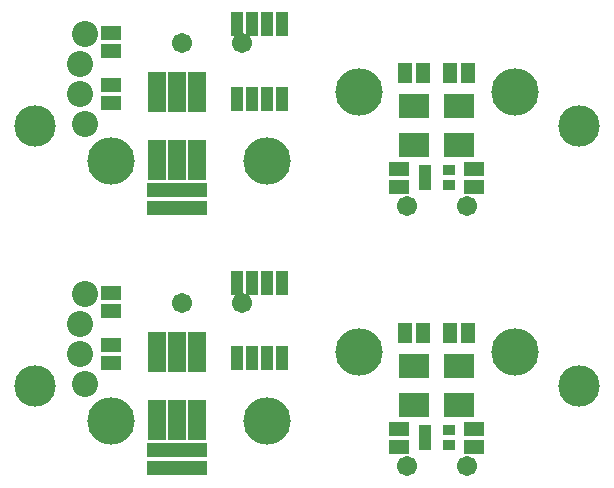
<source format=gts>
G04 (created by PCBNEW (2013-07-07 BZR 4022)-stable) date 22/01/2014 05:32:29*
%MOIN*%
G04 Gerber Fmt 3.4, Leading zero omitted, Abs format*
%FSLAX34Y34*%
G01*
G70*
G90*
G04 APERTURE LIST*
%ADD10C,0.00590551*%
%ADD11C,0.157795*%
%ADD12C,0.13811*%
%ADD13C,0.0672441*%
%ADD14R,0.1X0.08*%
%ADD15R,0.065X0.045*%
%ADD16R,0.045X0.065*%
%ADD17R,0.04X0.032*%
%ADD18C,0.0869*%
%ADD19R,0.0633071X0.13811*%
%ADD20R,0.04X0.0791*%
G04 APERTURE END LIST*
G54D10*
G54D11*
X31252Y-31165D03*
X36449Y-31165D03*
G54D12*
X38582Y-32283D03*
G54D13*
X32851Y-34965D03*
X34851Y-34965D03*
G54D14*
X33101Y-31615D03*
X33101Y-32915D03*
X34601Y-32915D03*
X34601Y-31615D03*
G54D15*
X32601Y-33715D03*
X32601Y-34315D03*
X35101Y-33715D03*
X35101Y-34315D03*
G54D16*
X34901Y-30515D03*
X34301Y-30515D03*
X33401Y-30515D03*
X32801Y-30515D03*
G54D17*
X33451Y-33765D03*
X33451Y-34265D03*
X34251Y-33765D03*
X33451Y-34015D03*
X34251Y-34265D03*
G54D11*
X28188Y-33464D03*
X22992Y-33464D03*
G54D12*
X20472Y-32283D03*
G54D18*
X22125Y-32208D03*
X21968Y-31208D03*
X21968Y-30208D03*
X22125Y-29208D03*
G54D13*
X27377Y-29527D03*
X25377Y-29527D03*
G54D19*
X24527Y-33425D03*
X25196Y-33425D03*
X25866Y-33425D03*
X25866Y-31141D03*
X25196Y-31141D03*
X24527Y-31141D03*
G54D15*
X22992Y-30920D03*
X22992Y-31520D03*
X22992Y-29188D03*
X22992Y-29788D03*
X24527Y-34424D03*
X24527Y-35024D03*
X25196Y-34424D03*
X25196Y-35024D03*
X25866Y-34424D03*
X25866Y-35024D03*
G54D20*
X27202Y-28868D03*
X27702Y-28868D03*
X28202Y-28868D03*
X28702Y-28868D03*
X28702Y-31368D03*
X28202Y-31368D03*
X27702Y-31368D03*
X27202Y-31368D03*
X27202Y-20206D03*
X27702Y-20206D03*
X28202Y-20206D03*
X28702Y-20206D03*
X28702Y-22706D03*
X28202Y-22706D03*
X27702Y-22706D03*
X27202Y-22706D03*
G54D15*
X25866Y-25762D03*
X25866Y-26362D03*
X25196Y-25762D03*
X25196Y-26362D03*
X24527Y-25762D03*
X24527Y-26362D03*
X22992Y-20526D03*
X22992Y-21126D03*
X22992Y-22259D03*
X22992Y-22859D03*
G54D19*
X24527Y-24763D03*
X25196Y-24763D03*
X25866Y-24763D03*
X25866Y-22480D03*
X25196Y-22480D03*
X24527Y-22480D03*
G54D13*
X27377Y-20866D03*
X25377Y-20866D03*
G54D18*
X22125Y-23547D03*
X21968Y-22547D03*
X21968Y-21547D03*
X22125Y-20547D03*
G54D12*
X20472Y-23622D03*
G54D11*
X28188Y-24803D03*
X22992Y-24803D03*
G54D17*
X33451Y-25104D03*
X33451Y-25604D03*
X34251Y-25104D03*
X33451Y-25354D03*
X34251Y-25604D03*
G54D16*
X33401Y-21854D03*
X32801Y-21854D03*
X34901Y-21854D03*
X34301Y-21854D03*
G54D15*
X35101Y-25054D03*
X35101Y-25654D03*
X32601Y-25054D03*
X32601Y-25654D03*
G54D14*
X34601Y-24254D03*
X34601Y-22954D03*
X33101Y-22954D03*
X33101Y-24254D03*
G54D13*
X32851Y-26304D03*
X34851Y-26304D03*
G54D12*
X38582Y-23622D03*
G54D11*
X31252Y-22504D03*
X36449Y-22504D03*
M02*

</source>
